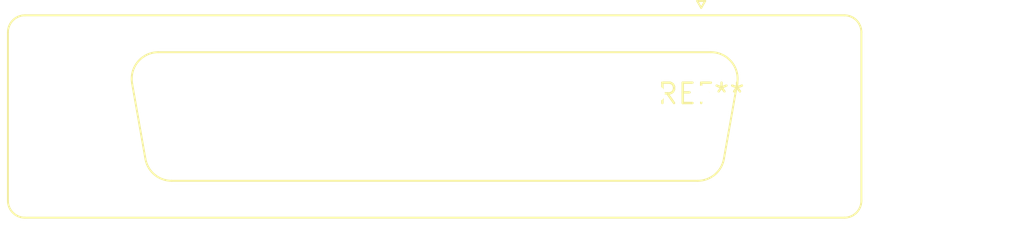
<source format=kicad_pcb>
(kicad_pcb (version 20240108) (generator pcbnew)
  (layers (0 "F.Cu" signal) (31 "B.Cu" signal) (34 "B.Paste" user) (35 "F.Paste" user) (36 "B.SilkS" user "B.Silkscreen") (37 "F.SilkS" user "F.Silkscreen") (38 "B.Mask" user) (39 "F.Mask" user) (44 "Edge.Cuts" user))
  (net 0 "")
  (footprint "DSUB-25_Female_Vertical_P2.77x2.84mm" (layer "F.Cu") (at 0 0)
    (property "Reference" "REF**")
    (property "Value" "DSUB-25_Female_Vertical_P2.77x2.84mm")
    (fp_line (start -43.23 6.67) (end -43.23 -3.83) (layer "F.SilkS") (stroke (width 0.12)))
    (fp_line (start -42.17 -4.89) (end 8.93 -4.89) (layer "F.SilkS") (stroke (width 0.12)))
    (fp_line (start -35.48647 -0.641744) (end -34.657733 4.058256) (layer "F.SilkS") (stroke (width 0.12)))
    (fp_line (start -33.851689 -2.59) (end 0.611689 -2.59) (layer "F.SilkS") (stroke (width 0.12)))
    (fp_line (start -33.022952 5.43) (end -0.217048 5.43) (layer "F.SilkS") (stroke (width 0.12)))
    (fp_line (start -0.25 -5.784338) (end 0.25 -5.784338) (layer "F.SilkS") (stroke (width 0.12)))
    (fp_line (start 0 -5.351325) (end -0.25 -5.784338) (layer "F.SilkS") (stroke (width 0.12)))
    (fp_line (start 0.25 -5.784338) (end 0 -5.351325) (layer "F.SilkS") (stroke (width 0.12)))
    (fp_line (start 2.24647 -0.641744) (end 1.417733 4.058256) (layer "F.SilkS") (stroke (width 0.12)))
    (fp_line (start 8.93 7.73) (end -42.17 7.73) (layer "F.SilkS") (stroke (width 0.12)))
    (fp_line (start 9.99 -3.83) (end 9.99 6.67) (layer "F.SilkS") (stroke (width 0.12)))
    (fp_arc (start -43.23 -3.83) (mid -42.919533 -4.579533) (end -42.17 -4.89) (layer "F.SilkS") (stroke (width 0.12)))
    (fp_arc (start -42.17 7.73) (mid -42.919533 7.419533) (end -43.23 6.67) (layer "F.SilkS") (stroke (width 0.12)))
    (fp_arc (start -35.48647 -0.641744) (mid -35.123323 -1.997028) (end -33.851689 -2.59) (layer "F.SilkS") (stroke (width 0.12)))
    (fp_arc (start -33.022952 5.43) (mid -34.089979 5.041634) (end -34.657733 4.058256) (layer "F.SilkS") (stroke (width 0.12)))
    (fp_arc (start 0.611689 -2.59) (mid 1.883323 -1.997027) (end 2.24647 -0.641744) (layer "F.SilkS") (stroke (width 0.12)))
    (fp_arc (start 1.417733 4.058256) (mid 0.84998 5.041634) (end -0.217048 5.43) (layer "F.SilkS") (stroke (width 0.12)))
    (fp_arc (start 8.93 -4.89) (mid 9.679533 -4.579533) (end 9.99 -3.83) (layer "F.SilkS") (stroke (width 0.12)))
    (fp_arc (start 9.99 6.67) (mid 9.679533 7.419533) (end 8.93 7.73) (layer "F.SilkS") (stroke (width 0.12)))
    (pad "1" thru_hole rect (at 0 0) (size 1.6 1.6) (drill 1) (layers *.Cu *.Mask) (remove_unused_layers))
    (pad "2" thru_hole circle (at -2.77 0) (size 1.6 1.6) (drill 1) (layers *.Cu *.Mask) (remove_unused_layers))
    (pad "3" thru_hole circle (at -5.54 0) (size 1.6 1.6) (drill 1) (layers *.Cu *.Mask) (remove_unused_layers))
    (pad "4" thru_hole circle (at -8.31 0) (size 1.6 1.6) (drill 1) (layers *.Cu *.Mask) (remove_unused_layers))
    (pad "5" thru_hole circle (at -11.08 0) (size 1.6 1.6) (drill 1) (layers *.Cu *.Mask) (remove_unused_layers))
    (pad "6" thru_hole circle (at -13.85 0) (size 1.6 1.6) (drill 1) (layers *.Cu *.Mask) (remove_unused_layers))
    (pad "7" thru_hole circle (at -16.62 0) (size 1.6 1.6) (drill 1) (layers *.Cu *.Mask) (remove_unused_layers))
    (pad "8" thru_hole circle (at -19.39 0) (size 1.6 1.6) (drill 1) (layers *.Cu *.Mask) (remove_unused_layers))
    (pad "9" thru_hole circle (at -22.16 0) (size 1.6 1.6) (drill 1) (layers *.Cu *.Mask) (remove_unused_layers))
    (pad "10" thru_hole circle (at -24.93 0) (size 1.6 1.6) (drill 1) (layers *.Cu *.Mask) (remove_unused_layers))
    (pad "11" thru_hole circle (at -27.7 0) (size 1.6 1.6) (drill 1) (layers *.Cu *.Mask) (remove_unused_layers))
    (pad "12" thru_hole circle (at -30.47 0) (size 1.6 1.6) (drill 1) (layers *.Cu *.Mask) (remove_unused_layers))
    (pad "13" thru_hole circle (at -33.24 0) (size 1.6 1.6) (drill 1) (layers *.Cu *.Mask) (remove_unused_layers))
    (pad "14" thru_hole circle (at -1.385 2.84) (size 1.6 1.6) (drill 1) (layers *.Cu *.Mask) (remove_unused_layers))
    (pad "15" thru_hole circle (at -4.155 2.84) (size 1.6 1.6) (drill 1) (layers *.Cu *.Mask) (remove_unused_layers))
    (pad "16" thru_hole circle (at -6.925 2.84) (size 1.6 1.6) (drill 1) (layers *.Cu *.Mask) (remove_unused_layers))
    (pad "17" thru_hole circle (at -9.695 2.84) (size 1.6 1.6) (drill 1) (layers *.Cu *.Mask) (remove_unused_layers))
    (pad "18" thru_hole circle (at -12.465 2.84) (size 1.6 1.6) (drill 1) (layers *.Cu *.Mask) (remove_unused_layers))
    (pad "19" thru_hole circle (at -15.235 2.84) (size 1.6 1.6) (drill 1) (layers *.Cu *.Mask) (remove_unused_layers))
    (pad "20" thru_hole circle (at -18.005 2.84) (size 1.6 1.6) (drill 1) (layers *.Cu *.Mask) (remove_unused_layers))
    (pad "21" thru_hole circle (at -20.775 2.84) (size 1.6 1.6) (drill 1) (layers *.Cu *.Mask) (remove_unused_layers))
    (pad "22" thru_hole circle (at -23.545 2.84) (size 1.6 1.6) (drill 1) (layers *.Cu *.Mask) (remove_unused_layers))
    (pad "23" thru_hole circle (at -26.315 2.84) (size 1.6 1.6) (drill 1) (layers *.Cu *.Mask) (remove_unused_layers))
    (pad "24" thru_hole circle (at -29.085 2.84) (size 1.6 1.6) (drill 1) (layers *.Cu *.Mask) (remove_unused_layers))
    (pad "25" thru_hole circle (at -31.855 2.84) (size 1.6 1.6) (drill 1) (layers *.Cu *.Mask) (remove_unused_layers))
  )
)
</source>
